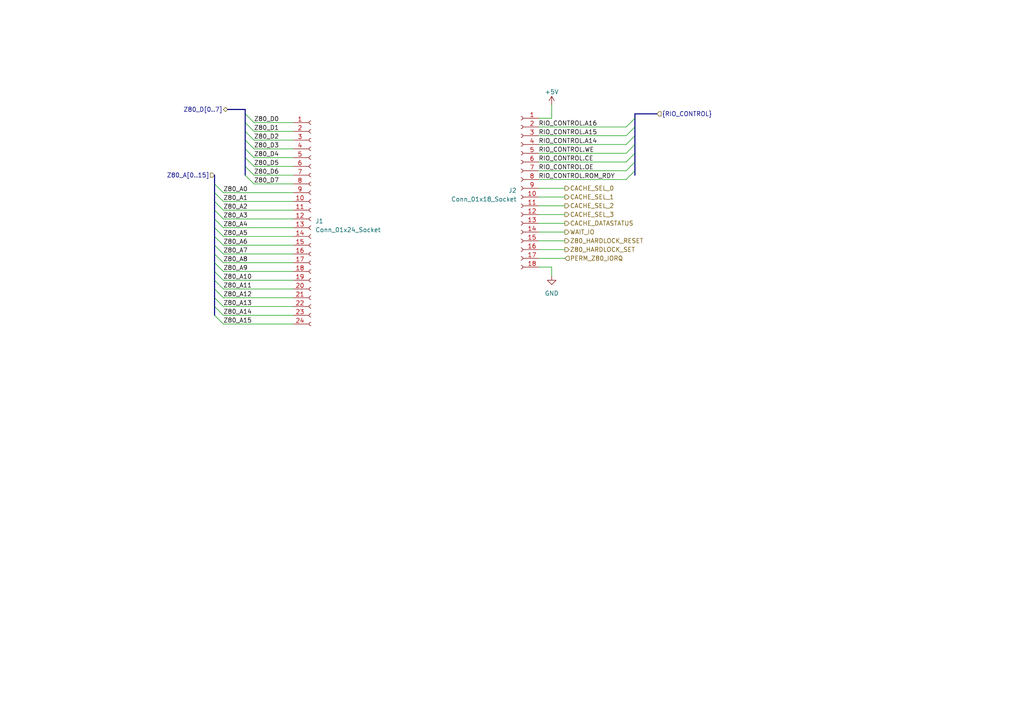
<source format=kicad_sch>
(kicad_sch (version 20230121) (generator eeschema)
  (paper "A4")
  (lib_symbols
    (symbol "Connector:Conn_01x18_Socket" (pin_names (offset 1.016) hide)
      (property "Reference" "J" (at 0 22.86 0))
      (property "Value" "Conn_01x18_Socket" (at 0 -25.4 0))
      (symbol "Conn_01x18_Socket_1_1"
        (arc (start 0 -22.352) (mid -0.5058 -22.86) (end 0 -23.368) (stroke (width 0.1524)))
        (arc (start 0 -19.812) (mid -0.5058 -20.32) (end 0 -20.828) (stroke (width 0.1524)))
        (arc (start 0 -17.272) (mid -0.5058 -17.78) (end 0 -18.288) (stroke (width 0.1524)))
        (arc (start 0 -14.732) (mid -0.5058 -15.24) (end 0 -15.748) (stroke (width 0.1524)))
        (arc (start 0 -12.192) (mid -0.5058 -12.7) (end 0 -13.208) (stroke (width 0.1524)))
        (arc (start 0 -9.652) (mid -0.5058 -10.16) (end 0 -10.668) (stroke (width 0.1524)))
        (arc (start 0 -7.112) (mid -0.5058 -7.62) (end 0 -8.128) (stroke (width 0.1524)))
        (arc (start 0 -4.572) (mid -0.5058 -5.08) (end 0 -5.588) (stroke (width 0.1524)))
        (arc (start 0 -2.032) (mid -0.5058 -2.54) (end 0 -3.048) (stroke (width 0.1524)))
        (polyline (pts (xy -1.27 -22.86) (xy -0.508 -22.86)) (stroke (width 0.1524)))
        (polyline (pts (xy -1.27 -20.32) (xy -0.508 -20.32)) (stroke (width 0.1524)))
        (polyline (pts (xy -1.27 -17.78) (xy -0.508 -17.78)) (stroke (width 0.1524)))
        (polyline (pts (xy -1.27 -15.24) (xy -0.508 -15.24)) (stroke (width 0.1524)))
        (polyline (pts (xy -1.27 -12.7) (xy -0.508 -12.7)) (stroke (width 0.1524)))
        (polyline (pts (xy -1.27 -10.16) (xy -0.508 -10.16)) (stroke (width 0.1524)))
        (polyline (pts (xy -1.27 -7.62) (xy -0.508 -7.62)) (stroke (width 0.1524)))
        (polyline (pts (xy -1.27 -5.08) (xy -0.508 -5.08)) (stroke (width 0.1524)))
        (polyline (pts (xy -1.27 -2.54) (xy -0.508 -2.54)) (stroke (width 0.1524)))
        (polyline (pts (xy -1.27 0) (xy -0.508 0)) (stroke (width 0.1524)))
        (polyline (pts (xy -1.27 2.54) (xy -0.508 2.54)) (stroke (width 0.1524)))
        (polyline (pts (xy -1.27 5.08) (xy -0.508 5.08)) (stroke (width 0.1524)))
        (polyline (pts (xy -1.27 7.62) (xy -0.508 7.62)) (stroke (width 0.1524)))
        (polyline (pts (xy -1.27 10.16) (xy -0.508 10.16)) (stroke (width 0.1524)))
        (polyline (pts (xy -1.27 12.7) (xy -0.508 12.7)) (stroke (width 0.1524)))
        (polyline (pts (xy -1.27 15.24) (xy -0.508 15.24)) (stroke (width 0.1524)))
        (polyline (pts (xy -1.27 17.78) (xy -0.508 17.78)) (stroke (width 0.1524)))
        (polyline (pts (xy -1.27 20.32) (xy -0.508 20.32)) (stroke (width 0.1524)))
        (arc (start 0 0.508) (mid -0.5058 0) (end 0 -0.508) (stroke (width 0.1524)))
        (arc (start 0 3.048) (mid -0.5058 2.54) (end 0 2.032) (stroke (width 0.1524)))
        (arc (start 0 5.588) (mid -0.5058 5.08) (end 0 4.572) (stroke (width 0.1524)))
        (arc (start 0 8.128) (mid -0.5058 7.62) (end 0 7.112) (stroke (width 0.1524)))
        (arc (start 0 10.668) (mid -0.5058 10.16) (end 0 9.652) (stroke (width 0.1524)))
        (arc (start 0 13.208) (mid -0.5058 12.7) (end 0 12.192) (stroke (width 0.1524)))
        (arc (start 0 15.748) (mid -0.5058 15.24) (end 0 14.732) (stroke (width 0.1524)))
        (arc (start 0 18.288) (mid -0.5058 17.78) (end 0 17.272) (stroke (width 0.1524)))
        (arc (start 0 20.828) (mid -0.5058 20.32) (end 0 19.812) (stroke (width 0.1524)))
        (pin passive line (at -5.08 20.32 0) (length 3.81) (name "Pin_1") (number "1"))
        (pin passive line (at -5.08 -2.54 0) (length 3.81) (name "Pin_10") (number "10"))
        (pin passive line (at -5.08 -5.08 0) (length 3.81) (name "Pin_11") (number "11"))
        (pin passive line (at -5.08 -7.62 0) (length 3.81) (name "Pin_12") (number "12"))
        (pin passive line (at -5.08 -10.16 0) (length 3.81) (name "Pin_13") (number "13"))
        (pin passive line (at -5.08 -12.7 0) (length 3.81) (name "Pin_14") (number "14"))
        (pin passive line (at -5.08 -15.24 0) (length 3.81) (name "Pin_15") (number "15"))
        (pin passive line (at -5.08 -17.78 0) (length 3.81) (name "Pin_16") (number "16"))
        (pin passive line (at -5.08 -20.32 0) (length 3.81) (name "Pin_17") (number "17"))
        (pin passive line (at -5.08 -22.86 0) (length 3.81) (name "Pin_18") (number "18"))
        (pin passive line (at -5.08 17.78 0) (length 3.81) (name "Pin_2") (number "2"))
        (pin passive line (at -5.08 15.24 0) (length 3.81) (name "Pin_3") (number "3"))
        (pin passive line (at -5.08 12.7 0) (length 3.81) (name "Pin_4") (number "4"))
        (pin passive line (at -5.08 10.16 0) (length 3.81) (name "Pin_5") (number "5"))
        (pin passive line (at -5.08 7.62 0) (length 3.81) (name "Pin_6") (number "6"))
        (pin passive line (at -5.08 5.08 0) (length 3.81) (name "Pin_7") (number "7"))
        (pin passive line (at -5.08 2.54 0) (length 3.81) (name "Pin_8") (number "8"))
        (pin passive line (at -5.08 0 0) (length 3.81) (name "Pin_9") (number "9"))
      )
    )
    (symbol "Connector:Conn_01x24_Socket" (pin_names (offset 1.016) hide)
      (property "Reference" "J" (at 0 30.48 0))
      (property "Value" "Conn_01x24_Socket" (at 0 -33.02 0))
      (symbol "Conn_01x24_Socket_1_1"
        (arc (start 0 -29.972) (mid -0.5058 -30.48) (end 0 -30.988) (stroke (width 0.1524)))
        (arc (start 0 -27.432) (mid -0.5058 -27.94) (end 0 -28.448) (stroke (width 0.1524)))
        (arc (start 0 -24.892) (mid -0.5058 -25.4) (end 0 -25.908) (stroke (width 0.1524)))
        (arc (start 0 -22.352) (mid -0.5058 -22.86) (end 0 -23.368) (stroke (width 0.1524)))
        (arc (start 0 -19.812) (mid -0.5058 -20.32) (end 0 -20.828) (stroke (width 0.1524)))
        (arc (start 0 -17.272) (mid -0.5058 -17.78) (end 0 -18.288) (stroke (width 0.1524)))
        (arc (start 0 -14.732) (mid -0.5058 -15.24) (end 0 -15.748) (stroke (width 0.1524)))
        (arc (start 0 -12.192) (mid -0.5058 -12.7) (end 0 -13.208) (stroke (width 0.1524)))
        (arc (start 0 -9.652) (mid -0.5058 -10.16) (end 0 -10.668) (stroke (width 0.1524)))
        (arc (start 0 -7.112) (mid -0.5058 -7.62) (end 0 -8.128) (stroke (width 0.1524)))
        (arc (start 0 -4.572) (mid -0.5058 -5.08) (end 0 -5.588) (stroke (width 0.1524)))
        (arc (start 0 -2.032) (mid -0.5058 -2.54) (end 0 -3.048) (stroke (width 0.1524)))
        (polyline (pts (xy -1.27 -30.48) (xy -0.508 -30.48)) (stroke (width 0.1524)))
        (polyline (pts (xy -1.27 -27.94) (xy -0.508 -27.94)) (stroke (width 0.1524)))
        (polyline (pts (xy -1.27 -25.4) (xy -0.508 -25.4)) (stroke (width 0.1524)))
        (polyline (pts (xy -1.27 -22.86) (xy -0.508 -22.86)) (stroke (width 0.1524)))
        (polyline (pts (xy -1.27 -20.32) (xy -0.508 -20.32)) (stroke (width 0.1524)))
        (polyline (pts (xy -1.27 -17.78) (xy -0.508 -17.78)) (stroke (width 0.1524)))
        (polyline (pts (xy -1.27 -15.24) (xy -0.508 -15.24)) (stroke (width 0.1524)))
        (polyline (pts (xy -1.27 -12.7) (xy -0.508 -12.7)) (stroke (width 0.1524)))
        (polyline (pts (xy -1.27 -10.16) (xy -0.508 -10.16)) (stroke (width 0.1524)))
        (polyline (pts (xy -1.27 -7.62) (xy -0.508 -7.62)) (stroke (width 0.1524)))
        (polyline (pts (xy -1.27 -5.08) (xy -0.508 -5.08)) (stroke (width 0.1524)))
        (polyline (pts (xy -1.27 -2.54) (xy -0.508 -2.54)) (stroke (width 0.1524)))
        (polyline (pts (xy -1.27 0) (xy -0.508 0)) (stroke (width 0.1524)))
        (polyline (pts (xy -1.27 2.54) (xy -0.508 2.54)) (stroke (width 0.1524)))
        (polyline (pts (xy -1.27 5.08) (xy -0.508 5.08)) (stroke (width 0.1524)))
        (polyline (pts (xy -1.27 7.62) (xy -0.508 7.62)) (stroke (width 0.1524)))
        (polyline (pts (xy -1.27 10.16) (xy -0.508 10.16)) (stroke (width 0.1524)))
        (polyline (pts (xy -1.27 12.7) (xy -0.508 12.7)) (stroke (width 0.1524)))
        (polyline (pts (xy -1.27 15.24) (xy -0.508 15.24)) (stroke (width 0.1524)))
        (polyline (pts (xy -1.27 17.78) (xy -0.508 17.78)) (stroke (width 0.1524)))
        (polyline (pts (xy -1.27 20.32) (xy -0.508 20.32)) (stroke (width 0.1524)))
        (polyline (pts (xy -1.27 22.86) (xy -0.508 22.86)) (stroke (width 0.1524)))
        (polyline (pts (xy -1.27 25.4) (xy -0.508 25.4)) (stroke (width 0.1524)))
        (polyline (pts (xy -1.27 27.94) (xy -0.508 27.94)) (stroke (width 0.1524)))
        (arc (start 0 0.508) (mid -0.5058 0) (end 0 -0.508) (stroke (width 0.1524)))
        (arc (start 0 3.048) (mid -0.5058 2.54) (end 0 2.032) (stroke (width 0.1524)))
        (arc (start 0 5.588) (mid -0.5058 5.08) (end 0 4.572) (stroke (width 0.1524)))
        (arc (start 0 8.128) (mid -0.5058 7.62) (end 0 7.112) (stroke (width 0.1524)))
        (arc (start 0 10.668) (mid -0.5058 10.16) (end 0 9.652) (stroke (width 0.1524)))
        (arc (start 0 13.208) (mid -0.5058 12.7) (end 0 12.192) (stroke (width 0.1524)))
        (arc (start 0 15.748) (mid -0.5058 15.24) (end 0 14.732) (stroke (width 0.1524)))
        (arc (start 0 18.288) (mid -0.5058 17.78) (end 0 17.272) (stroke (width 0.1524)))
        (arc (start 0 20.828) (mid -0.5058 20.32) (end 0 19.812) (stroke (width 0.1524)))
        (arc (start 0 23.368) (mid -0.5058 22.86) (end 0 22.352) (stroke (width 0.1524)))
        (arc (start 0 25.908) (mid -0.5058 25.4) (end 0 24.892) (stroke (width 0.1524)))
        (arc (start 0 28.448) (mid -0.5058 27.94) (end 0 27.432) (stroke (width 0.1524)))
        (pin passive line (at -5.08 27.94 0) (length 3.81) (name "Pin_1") (number "1"))
        (pin passive line (at -5.08 5.08 0) (length 3.81) (name "Pin_10") (number "10"))
        (pin passive line (at -5.08 2.54 0) (length 3.81) (name "Pin_11") (number "11"))
        (pin passive line (at -5.08 0 0) (length 3.81) (name "Pin_12") (number "12"))
        (pin passive line (at -5.08 -2.54 0) (length 3.81) (name "Pin_13") (number "13"))
        (pin passive line (at -5.08 -5.08 0) (length 3.81) (name "Pin_14") (number "14"))
        (pin passive line (at -5.08 -7.62 0) (length 3.81) (name "Pin_15") (number "15"))
        (pin passive line (at -5.08 -10.16 0) (length 3.81) (name "Pin_16") (number "16"))
        (pin passive line (at -5.08 -12.7 0) (length 3.81) (name "Pin_17") (number "17"))
        (pin passive line (at -5.08 -15.24 0) (length 3.81) (name "Pin_18") (number "18"))
        (pin passive line (at -5.08 -17.78 0) (length 3.81) (name "Pin_19") (number "19"))
        (pin passive line (at -5.08 25.4 0) (length 3.81) (name "Pin_2") (number "2"))
        (pin passive line (at -5.08 -20.32 0) (length 3.81) (name "Pin_20") (number "20"))
        (pin passive line (at -5.08 -22.86 0) (length 3.81) (name "Pin_21") (number "21"))
        (pin passive line (at -5.08 -25.4 0) (length 3.81) (name "Pin_22") (number "22"))
        (pin passive line (at -5.08 -27.94 0) (length 3.81) (name "Pin_23") (number "23"))
        (pin passive line (at -5.08 -30.48 0) (length 3.81) (name "Pin_24") (number "24"))
        (pin passive line (at -5.08 22.86 0) (length 3.81) (name "Pin_3") (number "3"))
        (pin passive line (at -5.08 20.32 0) (length 3.81) (name "Pin_4") (number "4"))
        (pin passive line (at -5.08 17.78 0) (length 3.81) (name "Pin_5") (number "5"))
        (pin passive line (at -5.08 15.24 0) (length 3.81) (name "Pin_6") (number "6"))
        (pin passive line (at -5.08 12.7 0) (length 3.81) (name "Pin_7") (number "7"))
        (pin passive line (at -5.08 10.16 0) (length 3.81) (name "Pin_8") (number "8"))
        (pin passive line (at -5.08 7.62 0) (length 3.81) (name "Pin_9") (number "9"))
      )
    )
    (symbol "power:+5V" (power) (pin_names (offset 0))
      (property "Value" "+5V" (at 0 3.556 0))
      (symbol "+5V_0_1"
        (polyline (pts (xy -0.762 1.27) (xy 0 2.54)))
        (polyline (pts (xy 0 0) (xy 0 2.54)))
        (polyline (pts (xy 0 2.54) (xy 0.762 1.27)))
      )
      (symbol "+5V_1_1"
        (pin power_in line (at 0 0 90) (length 0) hide (name "+5V") (number "1"))
      )
    )
    (symbol "power:GND" (power) (pin_names (offset 0))
      (property "Value" "GND" (at 0 -3.81 0))
      (symbol "GND_0_1"
        (polyline (pts (xy 0 0) (xy 0 -1.27) (xy 1.27 -1.27) (xy 0 -2.54) (xy -1.27 -1.27) (xy 0 -1.27)))
      )
      (symbol "GND_1_1"
        (pin power_in line (at 0 0 270) (length 0) hide (name "GND") (number "1"))
      )
    )
  )
  (bus_entry (at 184.15 49.53) (size -2.54 2.54))
  (bus_entry (at 62.23 63.5) (size 2.54 2.54))
  (bus_entry (at 64.77 81.28) (size -2.54 -2.54))
  (bus_entry (at 71.12 40.64) (size 2.54 2.54))
  (bus_entry (at 62.23 66.04) (size 2.54 2.54))
  (bus_entry (at 71.12 33.02) (size 2.54 2.54))
  (bus_entry (at 184.15 36.83) (size -2.54 2.54))
  (bus_entry (at 71.12 50.8) (size 2.54 2.54))
  (bus_entry (at 71.12 43.18) (size 2.54 2.54))
  (bus_entry (at 64.77 83.82) (size -2.54 -2.54))
  (bus_entry (at 64.77 78.74) (size -2.54 -2.54))
  (bus_entry (at 62.23 68.58) (size 2.54 2.54))
  (bus_entry (at 71.12 45.72) (size 2.54 2.54))
  (bus_entry (at 62.23 86.36) (size 2.54 2.54))
  (bus_entry (at 62.23 73.66) (size 2.54 2.54))
  (bus_entry (at 71.12 38.1) (size 2.54 2.54))
  (bus_entry (at 62.23 58.42) (size 2.54 2.54))
  (bus_entry (at 184.15 39.37) (size -2.54 2.54))
  (bus_entry (at 184.15 46.99) (size -2.54 2.54))
  (bus_entry (at 62.23 91.44) (size 2.54 2.54))
  (bus_entry (at 62.23 71.12) (size 2.54 2.54))
  (bus_entry (at 184.15 44.45) (size -2.54 2.54))
  (bus_entry (at 71.12 35.56) (size 2.54 2.54))
  (bus_entry (at 62.23 53.34) (size 2.54 2.54))
  (bus_entry (at 62.23 60.96) (size 2.54 2.54))
  (bus_entry (at 62.23 88.9) (size 2.54 2.54))
  (bus_entry (at 184.15 41.91) (size -2.54 2.54))
  (bus_entry (at 71.12 48.26) (size 2.54 2.54))
  (bus_entry (at 64.77 86.36) (size -2.54 -2.54))
  (bus_entry (at 184.15 34.29) (size -2.54 2.54))
  (bus_entry (at 62.23 55.88) (size 2.54 2.54))
  (bus (pts (xy 62.23 66.04) (xy 62.23 68.58)))
  (wire (pts (xy 85.09 63.5) (xy 64.77 63.5)))
  (wire (pts (xy 64.77 76.2) (xy 85.09 76.2)))
  (bus (pts (xy 62.23 60.96) (xy 62.23 63.5)))
  (bus (pts (xy 62.23 86.36) (xy 62.23 88.9)))
  (bus (pts (xy 62.23 68.58) (xy 62.23 71.12)))
  (bus (pts (xy 71.12 33.02) (xy 71.12 35.56)))
  (wire (pts (xy 156.21 49.53) (xy 181.61 49.53)))
  (wire (pts (xy 156.21 72.39) (xy 163.83 72.39)))
  (wire (pts (xy 156.21 59.69) (xy 163.83 59.69)))
  (bus (pts (xy 71.12 38.1) (xy 71.12 40.64)))
  (wire (pts (xy 85.09 60.96) (xy 64.77 60.96)))
  (wire (pts (xy 85.09 71.12) (xy 64.77 71.12)))
  (bus (pts (xy 66.04 31.75) (xy 71.12 31.75)))
  (wire (pts (xy 156.21 64.77) (xy 163.83 64.77)))
  (bus (pts (xy 184.15 33.02) (xy 184.15 34.29)))
  (bus (pts (xy 184.15 44.45) (xy 184.15 46.99)))
  (wire (pts (xy 160.02 77.47) (xy 160.02 80.01)))
  (bus (pts (xy 184.15 34.29) (xy 184.15 36.83)))
  (wire (pts (xy 156.21 41.91) (xy 181.61 41.91)))
  (wire (pts (xy 160.02 34.29) (xy 160.02 30.48)))
  (bus (pts (xy 184.15 39.37) (xy 184.15 41.91)))
  (wire (pts (xy 85.09 58.42) (xy 64.77 58.42)))
  (wire (pts (xy 156.21 62.23) (xy 163.83 62.23)))
  (wire (pts (xy 64.77 91.44) (xy 85.09 91.44)))
  (bus (pts (xy 190.5 33.02) (xy 184.15 33.02)))
  (wire (pts (xy 85.09 68.58) (xy 64.77 68.58)))
  (bus (pts (xy 62.23 76.2) (xy 62.23 78.74)))
  (bus (pts (xy 71.12 48.26) (xy 71.12 50.8)))
  (wire (pts (xy 156.21 34.29) (xy 160.02 34.29)))
  (bus (pts (xy 62.23 88.9) (xy 62.23 91.44)))
  (bus (pts (xy 71.12 35.56) (xy 71.12 38.1)))
  (wire (pts (xy 85.09 38.1) (xy 73.66 38.1)))
  (wire (pts (xy 85.09 50.8) (xy 73.66 50.8)))
  (wire (pts (xy 85.09 81.28) (xy 64.77 81.28)))
  (wire (pts (xy 85.09 48.26) (xy 73.66 48.26)))
  (bus (pts (xy 71.12 40.64) (xy 71.12 43.18)))
  (bus (pts (xy 62.23 55.88) (xy 62.23 58.42)))
  (bus (pts (xy 184.15 41.91) (xy 184.15 44.45)))
  (wire (pts (xy 156.21 46.99) (xy 181.61 46.99)))
  (wire (pts (xy 156.21 67.31) (xy 163.83 67.31)))
  (wire (pts (xy 85.09 53.34) (xy 73.66 53.34)))
  (wire (pts (xy 85.09 86.36) (xy 64.77 86.36)))
  (wire (pts (xy 156.21 44.45) (xy 181.61 44.45)))
  (bus (pts (xy 184.15 46.99) (xy 184.15 49.53)))
  (wire (pts (xy 85.09 40.64) (xy 73.66 40.64)))
  (wire (pts (xy 64.77 93.98) (xy 85.09 93.98)))
  (bus (pts (xy 62.23 78.74) (xy 62.23 81.28)))
  (bus (pts (xy 184.15 49.53) (xy 184.15 50.8)))
  (wire (pts (xy 156.21 74.93) (xy 163.83 74.93)))
  (wire (pts (xy 156.21 57.15) (xy 163.83 57.15)))
  (bus (pts (xy 62.23 81.28) (xy 62.23 83.82)))
  (bus (pts (xy 62.23 58.42) (xy 62.23 60.96)))
  (bus (pts (xy 62.23 83.82) (xy 62.23 86.36)))
  (wire (pts (xy 85.09 73.66) (xy 64.77 73.66)))
  (bus (pts (xy 62.23 71.12) (xy 62.23 73.66)))
  (wire (pts (xy 64.77 83.82) (xy 85.09 83.82)))
  (wire (pts (xy 85.09 35.56) (xy 73.66 35.56)))
  (bus (pts (xy 71.12 31.75) (xy 71.12 33.02)))
  (bus (pts (xy 62.23 73.66) (xy 62.23 76.2)))
  (wire (pts (xy 156.21 36.83) (xy 181.61 36.83)))
  (bus (pts (xy 71.12 43.18) (xy 71.12 45.72)))
  (wire (pts (xy 85.09 88.9) (xy 64.77 88.9)))
  (wire (pts (xy 85.09 43.18) (xy 73.66 43.18)))
  (wire (pts (xy 85.09 66.04) (xy 64.77 66.04)))
  (wire (pts (xy 156.21 77.47) (xy 160.02 77.47)))
  (bus (pts (xy 62.23 53.34) (xy 62.23 55.88)))
  (wire (pts (xy 85.09 55.88) (xy 64.77 55.88)))
  (wire (pts (xy 156.21 54.61) (xy 163.83 54.61)))
  (bus (pts (xy 62.23 63.5) (xy 62.23 66.04)))
  (wire (pts (xy 156.21 39.37) (xy 181.61 39.37)))
  (wire (pts (xy 85.09 78.74) (xy 64.77 78.74)))
  (bus (pts (xy 62.23 50.8) (xy 62.23 53.34)))
  (wire (pts (xy 156.21 69.85) (xy 163.83 69.85)))
  (wire (pts (xy 156.21 52.07) (xy 181.61 52.07)))
  (bus (pts (xy 71.12 45.72) (xy 71.12 48.26)))
  (bus (pts (xy 184.15 36.83) (xy 184.15 39.37)))
  (wire (pts (xy 85.09 45.72) (xy 73.66 45.72)))
  (label "RIO_CONTROL.A16" (at 156.21 36.83 0))
  (label "Z80_D0" (at 73.66 35.56 0))
  (label "Z80_D4" (at 73.66 45.72 0))
  (label "Z80_D6" (at 73.66 50.8 0))
  (label "Z80_A8" (at 64.77 76.2 0))
  (label "Z80_A15" (at 64.77 93.98 0))
  (label "RIO_CONTROL.CE" (at 156.21 46.99 0))
  (label "Z80_A14" (at 64.77 91.44 0))
  (label "Z80_D2" (at 73.66 40.64 0))
  (label "Z80_A5" (at 64.77 68.58 0))
  (label "RIO_CONTROL.A15" (at 156.21 39.37 0))
  (label "Z80_D1" (at 73.66 38.1 0))
  (label "RIO_CONTROL.OE" (at 156.21 49.53 0))
  (label "Z80_A3" (at 64.77 63.5 0))
  (label "RIO_CONTROL.A14" (at 156.21 41.91 0))
  (label "Z80_A4" (at 64.77 66.04 0))
  (label "Z80_D5" (at 73.66 48.26 0))
  (label "Z80_A1" (at 64.77 58.42 0))
  (label "Z80_A11" (at 64.77 83.82 0))
  (label "RIO_CONTROL.ROM_RDY" (at 156.21 52.07 0))
  (label "Z80_A0" (at 64.77 55.88 0))
  (label "Z80_A6" (at 64.77 71.12 0))
  (label "Z80_A9" (at 64.77 78.74 0))
  (label "Z80_A12" (at 64.77 86.36 0))
  (label "Z80_A13" (at 64.77 88.9 0))
  (label "Z80_A2" (at 64.77 60.96 0))
  (label "Z80_D7" (at 73.66 53.34 0))
  (label "Z80_D3" (at 73.66 43.18 0))
  (label "Z80_A7" (at 64.77 73.66 0))
  (label "RIO_CONTROL.WE" (at 156.21 44.45 0))
  (label "Z80_A10" (at 64.77 81.28 0))
  (hierarchical_label "{RIO_CONTROL}" (shape input) (at 190.5 33.02 0))
  (hierarchical_label "CACHE_SEL_0" (shape output) (at 163.83 54.61 0))
  (hierarchical_label "Z80_A[0..15]" (shape input) (at 62.23 50.8 180))
  (hierarchical_label "WAIT_IO" (shape output) (at 163.83 67.31 0))
  (hierarchical_label "Z80_HARDLOCK_RESET" (shape output) (at 163.83 69.85 0))
  (hierarchical_label "PERM_Z80_IORQ" (shape input) (at 163.83 74.93 0))
  (hierarchical_label "CACHE_DATASTATUS" (shape output) (at 163.83 64.77 0))
  (hierarchical_label "CACHE_SEL_3" (shape output) (at 163.83 62.23 0))
  (hierarchical_label "Z80_HARDLOCK_SET" (shape output) (at 163.83 72.39 0))
  (hierarchical_label "CACHE_SEL_2" (shape output) (at 163.83 59.69 0))
  (hierarchical_label "Z80_D[0..7]" (shape bidirectional) (at 66.04 31.75 180))
  (hierarchical_label "CACHE_SEL_1" (shape output) (at 163.83 57.15 0))
  (symbol (lib_id "power:+5V") (at 160.02 30.48 0) (unit 1)
    (property "Reference" "#PWR010" (effects hide))
    (property "Value" "+5V" (at 160.02 26.67 0))
  )
  (symbol (lib_id "power:GND") (at 160.02 80.01 0) (unit 1)
    (property "Reference" "#PWR011" (effects hide))
    (property "Value" "GND" (at 160.02 85.09 0))
  )
  (symbol (lib_id "Connector:Conn_01x18_Socket") (at 151.13 54.61 0) (mirror y) (unit 1)
    (property "Reference" "J2" (at 149.86 55.245 0) (effects (justify left)))
    (property "Value" "Conn_01x18_Socket" (at 149.86 57.785 0) (effects (justify left)))
    (property "Footprint" "Connector_PinSocket_2.54mm:PinSocket_1x18_P2.54mm_Vertical" (effects hide))
  )
  (symbol (lib_id "Connector:Conn_01x24_Socket") (at 90.17 63.5 0) (unit 1)
    (property "Reference" "J1" (at 91.44 64.135 0) (effects (justify left)))
    (property "Value" "Conn_01x24_Socket" (at 91.44 66.675 0) (effects (justify left)))
    (property "Footprint" "Connector_PinSocket_2.54mm:PinSocket_1x24_P2.54mm_Vertical" (effects hide))
  )
)
</source>
